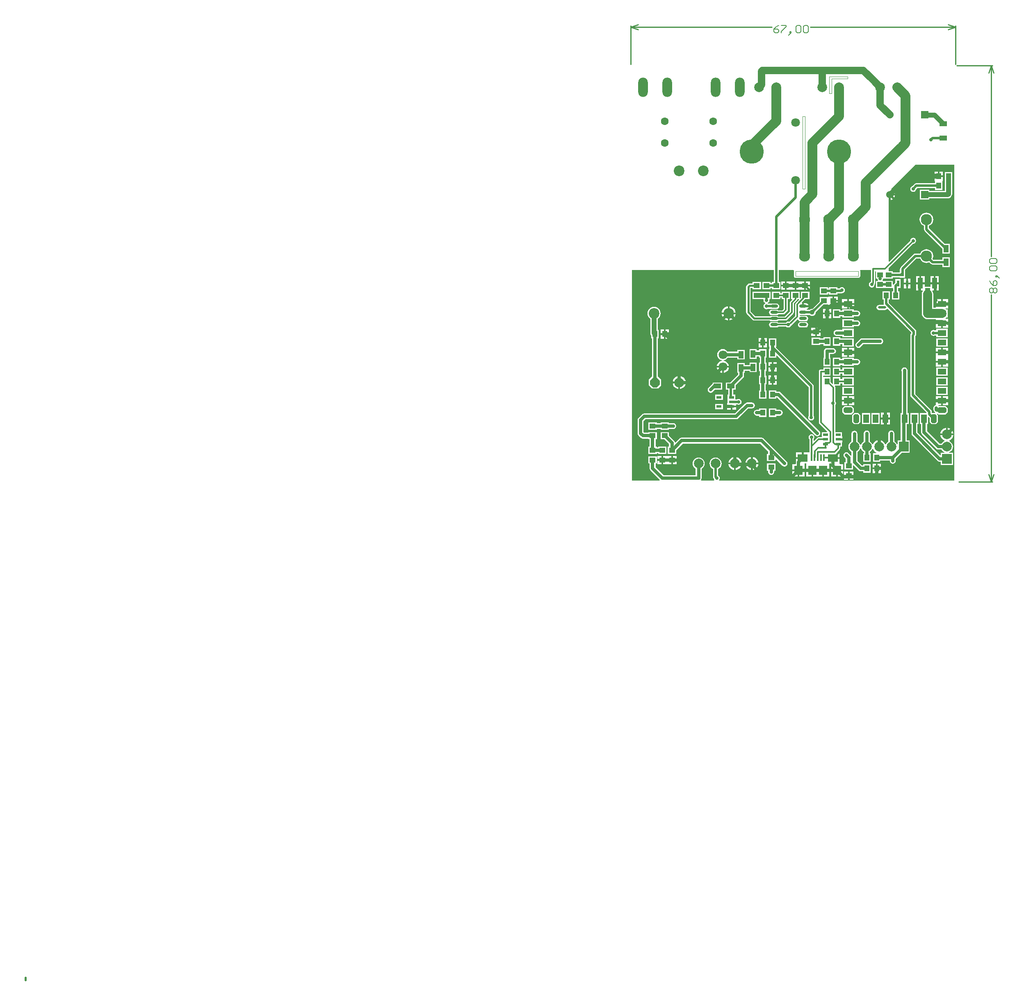
<source format=gtl>
G04 Layer_Physical_Order=1*
G04 Layer_Color=255*
%FSLAX25Y25*%
%MOIN*%
G70*
G01*
G75*
%ADD10R,0.07087X0.04724*%
G04:AMPARAMS|DCode=11|XSize=47.24mil|YSize=70.87mil|CornerRadius=0mil|HoleSize=0mil|Usage=FLASHONLY|Rotation=90.000|XOffset=0mil|YOffset=0mil|HoleType=Round|Shape=Octagon|*
%AMOCTAGOND11*
4,1,8,-0.03543,-0.01181,-0.03543,0.01181,-0.02362,0.02362,0.02362,0.02362,0.03543,0.01181,0.03543,-0.01181,0.02362,-0.02362,-0.02362,-0.02362,-0.03543,-0.01181,0.0*
%
%ADD11OCTAGOND11*%

G04:AMPARAMS|DCode=12|XSize=47.24mil|YSize=70.87mil|CornerRadius=0mil|HoleSize=0mil|Usage=FLASHONLY|Rotation=180.000|XOffset=0mil|YOffset=0mil|HoleType=Round|Shape=Octagon|*
%AMOCTAGOND12*
4,1,8,0.01181,-0.03543,-0.01181,-0.03543,-0.02362,-0.02362,-0.02362,0.02362,-0.01181,0.03543,0.01181,0.03543,0.02362,0.02362,0.02362,-0.02362,0.01181,-0.03543,0.0*
%
%ADD12OCTAGOND12*%

%ADD13R,0.04724X0.07087*%
%ADD14R,0.06299X0.03937*%
%ADD15R,0.03937X0.04921*%
%ADD16R,0.04921X0.03937*%
%ADD17R,0.03937X0.05905*%
%ADD18R,0.03937X0.04134*%
%ADD19R,0.04134X0.08661*%
%ADD20R,0.04331X0.02362*%
%ADD21O,0.06291X0.02362*%
%ADD22R,0.02362X0.05118*%
%ADD23R,0.01575X0.05512*%
%ADD24R,0.08268X0.06299*%
%ADD25R,0.07087X0.07480*%
%ADD26R,0.06890X0.07480*%
%ADD27R,0.05905X0.03937*%
%ADD28C,0.03937*%
%ADD29C,0.01000*%
%ADD30C,0.02756*%
%ADD31C,0.01575*%
%ADD32C,0.02028*%
%ADD33C,0.02362*%
%ADD34C,0.01968*%
%ADD35C,0.07874*%
%ADD36C,0.05905*%
%ADD37C,0.01181*%
%ADD38C,0.03937*%
%ADD39C,0.02559*%
%ADD40C,0.01378*%
%ADD41C,0.07283*%
%ADD42C,0.00600*%
%ADD43C,0.00394*%
%ADD44C,0.07087*%
%ADD45C,0.09055*%
%ADD46C,0.08661*%
%ADD47C,0.07874*%
%ADD48P,0.08523X8X22.5*%
%ADD49C,0.06299*%
%ADD50C,0.19685*%
%ADD51R,0.06000X0.06000*%
%ADD52C,0.06000*%
%ADD53O,0.07874X0.15748*%
%ADD54R,0.07874X0.07874*%
%ADD55R,0.07874X0.07874*%
%ADD56C,0.02756*%
G36*
X262776Y1003D02*
X72022D01*
X71754Y1503D01*
X72107Y2031D01*
X72290Y2953D01*
X72107Y3875D01*
X71585Y4656D01*
X70905Y5110D01*
Y10268D01*
X71380Y10465D01*
X72408Y11254D01*
X73196Y12282D01*
X73692Y13479D01*
X73861Y14764D01*
X73692Y16048D01*
X73196Y17246D01*
X72408Y18274D01*
X71380Y19062D01*
X70182Y19558D01*
X68898Y19727D01*
X67613Y19558D01*
X66416Y19062D01*
X65388Y18274D01*
X64599Y17246D01*
X64103Y16048D01*
X63934Y14764D01*
X64103Y13479D01*
X64599Y12282D01*
X65388Y11254D01*
X66416Y10465D01*
X66891Y10268D01*
Y3937D01*
X67043Y3169D01*
X67478Y2518D01*
X67580Y2416D01*
X67657Y2031D01*
X68009Y1503D01*
X67742Y1003D01*
X57258D01*
X56991Y1503D01*
X57343Y2031D01*
X57527Y2953D01*
Y10435D01*
X57600Y10465D01*
X58628Y11254D01*
X59417Y12282D01*
X59913Y13479D01*
X60082Y14764D01*
X59913Y16048D01*
X59417Y17246D01*
X58628Y18274D01*
X57600Y19062D01*
X56403Y19558D01*
X55118Y19727D01*
X53833Y19558D01*
X52636Y19062D01*
X51608Y18274D01*
X50819Y17246D01*
X50323Y16048D01*
X50154Y14764D01*
X50323Y13479D01*
X50819Y12282D01*
X51608Y11254D01*
X52636Y10465D01*
X52710Y10435D01*
Y5361D01*
X26588D01*
X20125Y11824D01*
Y14764D01*
X21161D01*
Y20669D01*
X14272D01*
Y14764D01*
X15308D01*
Y10827D01*
X15491Y9905D01*
X16014Y9124D01*
X23634Y1503D01*
X23427Y1003D01*
X1003D01*
Y172244D01*
X116103D01*
Y162402D01*
X114665D01*
Y161456D01*
X113681D01*
Y162402D01*
X106791D01*
Y156496D01*
X113681D01*
Y157442D01*
X114665D01*
Y156496D01*
X121555D01*
Y162402D01*
X120117D01*
Y172244D01*
X132328D01*
X132517Y171892D01*
X132550Y171744D01*
X132453Y171260D01*
Y167323D01*
X132560Y166785D01*
X132865Y166329D01*
X133321Y166025D01*
X133858Y165918D01*
X185039D01*
X185577Y166025D01*
X186033Y166329D01*
X186337Y166785D01*
X186444Y167323D01*
Y171260D01*
X186348Y171744D01*
X186381Y171892D01*
X186569Y172244D01*
X195144D01*
Y162698D01*
X194945Y162658D01*
X194163Y162136D01*
X193641Y161355D01*
X193458Y160433D01*
X193641Y159511D01*
X194163Y158730D01*
X194945Y158208D01*
X195866Y158025D01*
X196788Y158208D01*
X197569Y158730D01*
X198091Y159511D01*
X198275Y160433D01*
X198259Y160513D01*
X198426Y160765D01*
X198556Y161417D01*
Y171235D01*
X198848Y171349D01*
X199311Y171035D01*
Y165354D01*
X200347D01*
X200347Y165354D01*
X200531Y164433D01*
X200896Y163886D01*
X200629Y163386D01*
X199311D01*
Y157480D01*
X212847D01*
X213090Y157480D01*
X213347Y157087D01*
Y155020D01*
X212402D01*
Y148130D01*
X218307D01*
Y155020D01*
X217361D01*
Y157677D01*
X219291D01*
Y164764D01*
X214961D01*
Y161893D01*
X213935Y160868D01*
X213591Y160352D01*
X213090Y160504D01*
Y163386D01*
X204883D01*
X204616Y163886D01*
X204981Y164433D01*
X205164Y165354D01*
X205164Y165354D01*
X213090D01*
Y166300D01*
X218701D01*
Y165945D01*
X223031D01*
Y172555D01*
X232013Y181536D01*
X235180D01*
X235500Y180764D01*
X236384Y179612D01*
X237535Y178729D01*
X238876Y178173D01*
X240315Y177984D01*
X241754Y178173D01*
X242527Y178493D01*
X243797Y177223D01*
X244448Y176787D01*
X245216Y176635D01*
X253248D01*
Y174705D01*
X259154D01*
Y182579D01*
X253248D01*
Y180649D01*
X246048D01*
X245365Y181332D01*
X245685Y182104D01*
X245874Y183543D01*
X245685Y184982D01*
X245129Y186323D01*
X244246Y187474D01*
X243095Y188358D01*
X241754Y188913D01*
X240315Y189103D01*
X238876Y188913D01*
X237535Y188358D01*
X236384Y187474D01*
X235500Y186323D01*
X235180Y185550D01*
X231181D01*
X230413Y185398D01*
X229762Y184962D01*
X219447Y174648D01*
X219012Y173996D01*
X218859Y173228D01*
Y173031D01*
X218701D01*
Y170314D01*
X213090D01*
Y171260D01*
X209646D01*
X209646Y171260D01*
Y173768D01*
X229533Y193656D01*
X230449Y193838D01*
X231231Y194360D01*
X231753Y195141D01*
X231936Y196063D01*
X231753Y196985D01*
X231231Y197766D01*
X230449Y198288D01*
X229528Y198471D01*
X228606Y198288D01*
X227824Y197766D01*
X227302Y196985D01*
X227120Y196068D01*
X210108Y179056D01*
X209646Y179247D01*
Y228773D01*
X209745Y228860D01*
Y233464D01*
X210434D01*
Y234153D01*
X214759D01*
X214699Y234607D01*
X214258Y235672D01*
X213556Y236587D01*
X212641Y237288D01*
X211778Y237646D01*
X211617Y238191D01*
X231299Y257874D01*
X262776D01*
Y1003D01*
D02*
G37*
%LPC*%
G36*
X74803Y70866D02*
X68504D01*
Y66535D01*
X74803D01*
Y70866D01*
D02*
G37*
G36*
X257874Y65256D02*
X253642D01*
Y62205D01*
X257874D01*
Y65256D01*
D02*
G37*
G36*
X175886Y65256D02*
X171653D01*
Y62205D01*
X175886D01*
Y65256D01*
D02*
G37*
G36*
X181496D02*
X177264D01*
Y62205D01*
X181496D01*
Y65256D01*
D02*
G37*
G36*
X175886Y69685D02*
X171653D01*
Y66634D01*
X175886D01*
Y69685D01*
D02*
G37*
G36*
X181102Y77165D02*
X172047D01*
Y70472D01*
X181102D01*
Y77165D01*
D02*
G37*
G36*
X257480D02*
X248425D01*
Y70472D01*
X257480D01*
Y77165D01*
D02*
G37*
G36*
X257874Y69685D02*
X253642D01*
Y66634D01*
X257874D01*
Y69685D01*
D02*
G37*
G36*
X181496D02*
X177264D01*
Y66634D01*
X181496D01*
Y69685D01*
D02*
G37*
G36*
X252264D02*
X248031D01*
Y66634D01*
X252264D01*
Y69685D01*
D02*
G37*
G36*
X210630Y56299D02*
X207579D01*
Y52067D01*
X210630D01*
Y56299D01*
D02*
G37*
G36*
X110236Y59547D02*
X104331D01*
Y58511D01*
X102362D01*
X101441Y58328D01*
X100659Y57805D01*
X100137Y57024D01*
X99954Y56102D01*
X100137Y55181D01*
X100659Y54399D01*
X101441Y53877D01*
X102362Y53694D01*
X104331D01*
Y52658D01*
X110236D01*
Y59547D01*
D02*
G37*
G36*
X206201Y56299D02*
X203150D01*
Y52067D01*
X206201D01*
Y56299D01*
D02*
G37*
G36*
X31004Y48228D02*
X24114D01*
Y47684D01*
X21161D01*
Y48228D01*
X14272D01*
Y42323D01*
X21161D01*
Y42867D01*
X24114D01*
Y42323D01*
X31004D01*
Y42867D01*
X34449D01*
X35370Y43050D01*
X36152Y43573D01*
X36674Y44354D01*
X36857Y45276D01*
X36674Y46197D01*
X36152Y46979D01*
X35370Y47501D01*
X34449Y47684D01*
X31004D01*
Y48228D01*
D02*
G37*
G36*
X118110Y116634D02*
X112205D01*
Y109744D01*
X112749D01*
Y107776D01*
X112205D01*
Y100886D01*
X118110D01*
Y102807D01*
X118572Y102999D01*
X144647Y76925D01*
Y53413D01*
X144428Y53087D01*
X144245Y52165D01*
X144428Y51244D01*
X144950Y50462D01*
X145732Y49940D01*
X146653Y49757D01*
X147575Y49940D01*
X148357Y50462D01*
X148879Y51244D01*
X149062Y52165D01*
X148879Y53087D01*
X148661Y53413D01*
Y77756D01*
X148508Y78524D01*
X148073Y79175D01*
X118004Y109244D01*
X118110Y109744D01*
X118110D01*
Y116634D01*
D02*
G37*
G36*
X85433Y60532D02*
X82579D01*
Y58661D01*
X85433D01*
Y60532D01*
D02*
G37*
G36*
X74803Y63386D02*
X68504D01*
Y59055D01*
X74803D01*
Y63386D01*
D02*
G37*
G36*
X81201Y60532D02*
X78347D01*
Y58661D01*
X81201D01*
Y60532D01*
D02*
G37*
G36*
X118110Y59547D02*
X112205D01*
Y52658D01*
X118110D01*
Y53694D01*
X121063D01*
X121985Y53877D01*
X122766Y54399D01*
X123288Y55181D01*
X123471Y56102D01*
X123288Y57024D01*
X122766Y57805D01*
X121985Y58328D01*
X121063Y58511D01*
X118110D01*
Y59547D01*
D02*
G37*
G36*
X179429Y61417D02*
X173721D01*
X172047Y59744D01*
Y56398D01*
X173721Y54724D01*
X179429D01*
X181102Y56398D01*
Y59744D01*
X179429Y61417D01*
D02*
G37*
G36*
X257480Y92913D02*
X248425D01*
Y86221D01*
X257480D01*
Y92913D01*
D02*
G37*
G36*
X79676Y92815D02*
X75492D01*
Y88631D01*
X76088Y88709D01*
X77285Y89205D01*
X78313Y89994D01*
X79102Y91022D01*
X79598Y92219D01*
X79676Y92815D01*
D02*
G37*
G36*
X170276Y93012D02*
X164370D01*
Y86122D01*
X170276D01*
Y87861D01*
X172047D01*
Y86221D01*
X181102D01*
Y92913D01*
X172047D01*
Y91273D01*
X170276D01*
Y93012D01*
D02*
G37*
G36*
X114469Y86516D02*
X111811D01*
Y83366D01*
X114469D01*
Y86516D01*
D02*
G37*
G36*
X118504D02*
X115846D01*
Y83366D01*
X118504D01*
Y86516D01*
D02*
G37*
G36*
X252264Y96752D02*
X248031D01*
Y93701D01*
X252264D01*
Y96752D01*
D02*
G37*
G36*
X257874D02*
X253642D01*
Y93701D01*
X257874D01*
Y96752D01*
D02*
G37*
G36*
X118504Y92815D02*
X115846D01*
Y89665D01*
X118504D01*
Y92815D01*
D02*
G37*
G36*
X74114Y92815D02*
X69930D01*
X70009Y92219D01*
X70504Y91022D01*
X71293Y89994D01*
X72321Y89205D01*
X73518Y88709D01*
X74114Y88631D01*
Y92815D01*
D02*
G37*
G36*
X114469Y92815D02*
X111811D01*
Y89665D01*
X114469D01*
Y92815D01*
D02*
G37*
G36*
X18898Y142369D02*
X17510Y142186D01*
X16217Y141650D01*
X15107Y140798D01*
X14255Y139688D01*
X13720Y138395D01*
X13537Y137008D01*
X13720Y135620D01*
X14255Y134327D01*
X15107Y133217D01*
X15919Y132594D01*
Y120866D01*
X16021Y120095D01*
X16318Y119377D01*
X16732Y118838D01*
Y116634D01*
X17277D01*
Y85630D01*
X17224D01*
X14764Y83169D01*
Y78248D01*
X17224Y75787D01*
X22146D01*
X24606Y78248D01*
Y83169D01*
X22146Y85630D01*
X22094D01*
Y116634D01*
X22638D01*
Y119885D01*
X22663Y120079D01*
X22638Y120272D01*
Y123524D01*
X21876D01*
Y132594D01*
X22688Y133217D01*
X23540Y134327D01*
X24076Y135620D01*
X24259Y137008D01*
X24076Y138395D01*
X23540Y139688D01*
X22688Y140798D01*
X21578Y141650D01*
X20285Y142186D01*
X18898Y142369D01*
D02*
G37*
G36*
X162402Y93012D02*
X156496D01*
Y91273D01*
X154528D01*
X153875Y91143D01*
X153321Y90773D01*
X152951Y90220D01*
X152822Y89567D01*
Y48228D01*
X152951Y47576D01*
X153321Y47022D01*
X159527Y40816D01*
X159336Y40354D01*
X155118D01*
Y36155D01*
X152559D01*
X151906Y36025D01*
X151353Y35655D01*
X149018Y33321D01*
X148556Y33512D01*
Y34522D01*
X149075Y35299D01*
X149259Y36220D01*
X149075Y37142D01*
X148553Y37923D01*
X147772Y38446D01*
X146850Y38629D01*
X145929Y38446D01*
X145147Y37923D01*
X144625Y37142D01*
X144442Y36220D01*
X144625Y35299D01*
X145144Y34522D01*
Y28740D01*
Y23819D01*
X140453D01*
Y19291D01*
X139764D01*
Y18602D01*
X134252D01*
Y14870D01*
X134252Y14764D01*
X133995Y14370D01*
X131299D01*
Y9941D01*
X141142D01*
Y14264D01*
X141142Y14370D01*
X141398Y14764D01*
X142460D01*
X142717Y14370D01*
X142717Y14264D01*
Y9941D01*
X147539D01*
Y9252D01*
X148228D01*
Y4134D01*
X155709D01*
Y9252D01*
X156398D01*
Y9941D01*
X161221D01*
Y14264D01*
X161221Y14370D01*
X161477Y14764D01*
X162539D01*
X162795Y14370D01*
X162795Y14264D01*
Y9941D01*
X172638D01*
Y14370D01*
X169942D01*
X169685Y14764D01*
X169685Y14870D01*
Y18602D01*
X164173D01*
Y19980D01*
X169685D01*
Y23819D01*
X168287D01*
X168096Y24281D01*
X169710Y25896D01*
X170080Y26449D01*
X170210Y27102D01*
Y28543D01*
X171653D01*
Y31890D01*
X172047D01*
Y33760D01*
X168504D01*
Y35138D01*
X172047D01*
Y37008D01*
X171653D01*
Y40354D01*
X166371D01*
Y62720D01*
X166595Y63055D01*
X166779Y63976D01*
X166595Y64898D01*
X166371Y65233D01*
Y76476D01*
X166242Y77129D01*
X165872Y77683D01*
X165768Y77786D01*
X165960Y78248D01*
X170276D01*
Y79987D01*
X172047D01*
Y78347D01*
X181102D01*
Y85039D01*
X172047D01*
Y83399D01*
X170276D01*
Y85138D01*
X164370D01*
Y79838D01*
X163908Y79646D01*
X162402Y81153D01*
Y85138D01*
X156496D01*
X156234Y85529D01*
Y85731D01*
X156496Y86122D01*
X162402D01*
Y93012D01*
D02*
G37*
G36*
X44640Y80020D02*
X40059D01*
Y75438D01*
X40758Y75530D01*
X42050Y76066D01*
X43161Y76918D01*
X44013Y78028D01*
X44548Y79321D01*
X44640Y80020D01*
D02*
G37*
G36*
X74311Y80709D02*
X66437D01*
Y79610D01*
X66210Y79459D01*
X63258Y76506D01*
X62735Y75725D01*
X62552Y74803D01*
X62735Y73882D01*
X63258Y73100D01*
X64039Y72578D01*
X64961Y72395D01*
X65882Y72578D01*
X66664Y73100D01*
X68367Y74803D01*
X74311D01*
Y80709D01*
D02*
G37*
G36*
X38681Y80020D02*
X34100D01*
X34192Y79321D01*
X34727Y78028D01*
X35579Y76918D01*
X36690Y76066D01*
X37983Y75530D01*
X38681Y75438D01*
Y80020D01*
D02*
G37*
G36*
Y85979D02*
X37983Y85887D01*
X36690Y85351D01*
X35579Y84499D01*
X34727Y83389D01*
X34192Y82096D01*
X34100Y81398D01*
X38681D01*
Y85979D01*
D02*
G37*
G36*
X40059D02*
Y81398D01*
X44640D01*
X44548Y82096D01*
X44013Y83389D01*
X43161Y84499D01*
X42050Y85351D01*
X40758Y85887D01*
X40059Y85979D01*
D02*
G37*
G36*
X118504Y81988D02*
X115846D01*
Y78839D01*
X118504D01*
Y81988D01*
D02*
G37*
G36*
X257480Y85039D02*
X248425D01*
Y78347D01*
X257480D01*
Y85039D01*
D02*
G37*
G36*
X114469Y81988D02*
X111811D01*
Y78839D01*
X114469D01*
Y81988D01*
D02*
G37*
G36*
X202362Y55905D02*
X195669D01*
Y46850D01*
X202362D01*
Y55905D01*
D02*
G37*
G36*
X83957Y14075D02*
X79376D01*
X79467Y13376D01*
X80003Y12083D01*
X80855Y10973D01*
X81965Y10121D01*
X83258Y9586D01*
X83957Y9494D01*
Y14075D01*
D02*
G37*
G36*
X89916D02*
X85335D01*
Y9494D01*
X86033Y9586D01*
X87326Y10121D01*
X88436Y10973D01*
X89288Y12083D01*
X89824Y13376D01*
X89916Y14075D01*
D02*
G37*
G36*
X203150Y10138D02*
X200492D01*
Y6988D01*
X203150D01*
Y10138D01*
D02*
G37*
G36*
X181004Y8268D02*
X177854D01*
Y5610D01*
X181004D01*
Y8268D01*
D02*
G37*
G36*
X199114Y10138D02*
X196457D01*
Y6988D01*
X199114D01*
Y10138D01*
D02*
G37*
G36*
X203150Y14665D02*
X200492D01*
Y11516D01*
X203150D01*
Y14665D01*
D02*
G37*
G36*
X31004Y40354D02*
X24114D01*
Y34449D01*
X27106D01*
X31056Y30498D01*
Y28543D01*
X30020D01*
Y22638D01*
X36909D01*
Y25629D01*
X42336Y31056D01*
X105302D01*
X111765Y24593D01*
Y22638D01*
X110728D01*
Y16732D01*
X117618D01*
Y18086D01*
X118080Y18278D01*
X123297Y13061D01*
X124078Y12539D01*
X125000Y12355D01*
X125922Y12539D01*
X126703Y13061D01*
X127225Y13842D01*
X127409Y14764D01*
X127225Y15686D01*
X126703Y16467D01*
X115876Y27294D01*
X115876Y27294D01*
X108002Y35168D01*
X107221Y35690D01*
X106299Y35873D01*
X41339D01*
X40417Y35690D01*
X39636Y35168D01*
X36313Y31845D01*
X35771Y32010D01*
X35690Y32418D01*
X35168Y33199D01*
X31004Y37363D01*
Y40354D01*
D02*
G37*
G36*
X199114Y14665D02*
X196457D01*
Y11516D01*
X199114D01*
Y14665D01*
D02*
G37*
G36*
X97736Y14075D02*
X93155D01*
X93247Y13376D01*
X93783Y12083D01*
X94634Y10973D01*
X95745Y10121D01*
X97038Y9586D01*
X97736Y9494D01*
Y14075D01*
D02*
G37*
G36*
X103695D02*
X99114D01*
Y9494D01*
X99813Y9586D01*
X101106Y10121D01*
X102216Y10973D01*
X103068Y12083D01*
X103603Y13376D01*
X103695Y14075D01*
D02*
G37*
G36*
X141142Y8563D02*
X136909D01*
Y4134D01*
X141142D01*
Y8563D01*
D02*
G37*
G36*
X146850D02*
X142717D01*
Y4134D01*
X146850D01*
Y8563D01*
D02*
G37*
G36*
X135531D02*
X131299D01*
Y4134D01*
X135531D01*
Y8563D01*
D02*
G37*
G36*
X176476Y4232D02*
X173327D01*
Y1575D01*
X176476D01*
Y4232D01*
D02*
G37*
G36*
X181004D02*
X177854D01*
Y1575D01*
X181004D01*
Y4232D01*
D02*
G37*
G36*
X117618Y14764D02*
X110728D01*
Y8858D01*
X111765D01*
Y7874D01*
X111948Y6952D01*
X112470Y6171D01*
X113251Y5649D01*
X114173Y5466D01*
X115095Y5649D01*
X115876Y6171D01*
X116398Y6952D01*
X116582Y7874D01*
Y8858D01*
X117618D01*
Y14764D01*
D02*
G37*
G36*
X176476Y8268D02*
X173327D01*
Y5610D01*
X176476D01*
Y8268D01*
D02*
G37*
G36*
X172638Y8563D02*
X168405D01*
Y4134D01*
X172638D01*
Y8563D01*
D02*
G37*
G36*
X161221D02*
X157087D01*
Y4134D01*
X161221D01*
Y8563D01*
D02*
G37*
G36*
X167028D02*
X162795D01*
Y4134D01*
X167028D01*
Y8563D01*
D02*
G37*
G36*
X118110Y74311D02*
X112205D01*
Y67421D01*
X118110D01*
Y68458D01*
X119081D01*
X149872Y37667D01*
X150653Y37145D01*
X151575Y36962D01*
X152497Y37145D01*
X153278Y37667D01*
X153800Y38448D01*
X153983Y39370D01*
X153800Y40292D01*
X153278Y41073D01*
X121782Y72569D01*
X121000Y73091D01*
X120079Y73275D01*
X118110D01*
Y74311D01*
D02*
G37*
G36*
X256201Y43813D02*
X255502Y43722D01*
X254209Y43186D01*
X253099Y42334D01*
X252247Y41224D01*
X251712Y39931D01*
X251620Y39232D01*
X256201D01*
Y43813D01*
D02*
G37*
G36*
X222441Y92960D02*
X221519Y92776D01*
X220738Y92254D01*
X220216Y91473D01*
X220033Y90551D01*
X220216Y89630D01*
X220229Y89609D01*
Y55905D01*
X219291D01*
Y46850D01*
X219363D01*
Y33465D01*
X216850D01*
Y30449D01*
X216350Y30349D01*
X216070Y31025D01*
X215282Y32053D01*
X214253Y32842D01*
X214180Y32872D01*
Y39213D01*
X213997Y40134D01*
X213475Y40916D01*
X212693Y41438D01*
X211772Y41621D01*
X210850Y41438D01*
X210069Y40916D01*
X209546Y40134D01*
X209363Y39213D01*
Y32872D01*
X209290Y32842D01*
X208262Y32053D01*
X207473Y31025D01*
X207255Y30500D01*
X206714D01*
X206414Y31224D01*
X205562Y32334D01*
X204452Y33186D01*
X203159Y33722D01*
X202461Y33813D01*
Y28543D01*
X201083D01*
Y33813D01*
X200384Y33722D01*
X199091Y33186D01*
X197981Y32334D01*
X197129Y31224D01*
X196829Y30500D01*
X196288D01*
X196070Y31025D01*
X195282Y32053D01*
X194254Y32842D01*
X194180Y32872D01*
Y39213D01*
X193997Y40134D01*
X193475Y40916D01*
X192693Y41438D01*
X191772Y41621D01*
X190850Y41438D01*
X190069Y40916D01*
X189547Y40134D01*
X189363Y39213D01*
Y32872D01*
X189290Y32842D01*
X188262Y32053D01*
X187473Y31025D01*
X187028Y29952D01*
X187028Y29952D01*
X186516D01*
X186515Y29952D01*
X186070Y31025D01*
X185282Y32053D01*
X184254Y32842D01*
X184180Y32872D01*
Y39055D01*
X183997Y39977D01*
X183475Y40758D01*
X182693Y41280D01*
X181772Y41464D01*
X180850Y41280D01*
X180069Y40758D01*
X179546Y39977D01*
X179363Y39055D01*
Y32872D01*
X179290Y32842D01*
X178262Y32053D01*
X177473Y31025D01*
X176977Y29828D01*
X176808Y28543D01*
X176977Y27259D01*
X177473Y26061D01*
X178262Y25033D01*
X179290Y24245D01*
X179363Y24214D01*
Y21509D01*
X178989Y21395D01*
X178863Y21393D01*
X176900Y23357D01*
X176119Y23879D01*
X175197Y24062D01*
X174275Y23879D01*
X173494Y23357D01*
X172972Y22575D01*
X172788Y21654D01*
X172972Y20732D01*
X173494Y19951D01*
X174757Y18687D01*
Y15748D01*
X173721D01*
Y9843D01*
X180610D01*
Y13165D01*
X181072Y13356D01*
X185305Y9124D01*
X186086Y8602D01*
X187008Y8418D01*
X188976D01*
Y7382D01*
X194882D01*
Y14272D01*
X188976D01*
Y13235D01*
X188005D01*
X184180Y17061D01*
Y24214D01*
X184254Y24245D01*
X185282Y25033D01*
X186070Y26061D01*
X186515Y27135D01*
X186516Y27135D01*
X187028D01*
X187028Y27135D01*
X187473Y26061D01*
X188262Y25033D01*
X189290Y24245D01*
X189521Y24149D01*
Y23130D01*
X188976D01*
Y16240D01*
X194882D01*
Y23130D01*
X194338D01*
Y24309D01*
X195282Y25033D01*
X196070Y26061D01*
X196288Y26587D01*
X196829D01*
X197129Y25863D01*
X197981Y24753D01*
X199091Y23901D01*
X199745Y23630D01*
X199645Y23130D01*
X196850D01*
Y16240D01*
X202756D01*
Y17277D01*
X210505D01*
Y17047D01*
X210688Y16126D01*
X211210Y15344D01*
X211992Y14822D01*
X212913Y14639D01*
X213835Y14822D01*
X214616Y15344D01*
X215139Y16126D01*
X215322Y17047D01*
Y18687D01*
X220256Y23622D01*
X226693D01*
Y33465D01*
X224180D01*
Y46850D01*
X225984D01*
Y55905D01*
X225046D01*
Y90354D01*
X224863Y91276D01*
X224341Y92057D01*
X224223Y92136D01*
X224144Y92254D01*
X223363Y92776D01*
X222441Y92960D01*
D02*
G37*
G36*
X210433Y155020D02*
X204528D01*
Y148130D01*
X205473D01*
Y144882D01*
X205601Y144239D01*
X205321Y143739D01*
X201772D01*
X201004Y143587D01*
X200352Y143151D01*
X199917Y142500D01*
X199765Y141732D01*
X199917Y140964D01*
X200352Y140313D01*
X201004Y139878D01*
X201772Y139725D01*
X206454D01*
X207222Y139878D01*
X207873Y140313D01*
X208126Y140691D01*
X208743Y140781D01*
X227992Y121532D01*
Y120749D01*
X227715Y120472D01*
X227280Y119821D01*
X227127Y119053D01*
Y70472D01*
X227280Y69704D01*
X227715Y69053D01*
X240362Y56406D01*
X240155Y55905D01*
X235039D01*
Y46850D01*
X235977D01*
Y40157D01*
X236161Y39236D01*
X236683Y38454D01*
X248297Y26840D01*
X249078Y26318D01*
X250000Y26135D01*
X252561D01*
X252591Y26061D01*
X253380Y25033D01*
X254408Y24245D01*
X255084Y23965D01*
X254984Y23465D01*
X251969D01*
Y21776D01*
X251507Y21585D01*
X232920Y40171D01*
Y46850D01*
X233858D01*
Y55905D01*
X227165D01*
Y46850D01*
X228103D01*
Y39173D01*
X228287Y38252D01*
X228809Y37470D01*
X249281Y16998D01*
X250063Y16476D01*
X250984Y16292D01*
X251969D01*
Y13622D01*
X261811D01*
Y23465D01*
X258795D01*
X258696Y23965D01*
X259372Y24245D01*
X260400Y25033D01*
X261189Y26061D01*
X261684Y27259D01*
X261854Y28543D01*
X261684Y29828D01*
X261189Y31025D01*
X260400Y32053D01*
X259372Y32842D01*
X258846Y33060D01*
Y33601D01*
X259570Y33901D01*
X260680Y34753D01*
X261532Y35863D01*
X262068Y37156D01*
X262160Y37854D01*
X256890D01*
X251620D01*
X251712Y37156D01*
X252247Y35863D01*
X253099Y34753D01*
X254209Y33901D01*
X254933Y33601D01*
Y33060D01*
X254408Y32842D01*
X253380Y32053D01*
X252591Y31025D01*
X252561Y30952D01*
X250998D01*
X240794Y41155D01*
Y46850D01*
X241732D01*
Y52414D01*
X242194Y52605D01*
X242913Y51886D01*
Y48524D01*
X244587Y46850D01*
X247933D01*
X249606Y48524D01*
Y54232D01*
X248850Y54988D01*
X249041Y55505D01*
X249298Y55525D01*
X250098Y54724D01*
X255807D01*
X257480Y56398D01*
Y59744D01*
X255807Y61417D01*
X250252D01*
X249971Y61734D01*
X250130Y62205D01*
X252264D01*
Y65256D01*
X248031D01*
Y62205D01*
X248031Y62205D01*
X247585Y62084D01*
X247503Y62068D01*
X246722Y61546D01*
X246200Y60764D01*
X246017Y59842D01*
Y58661D01*
X246200Y57740D01*
X246722Y56958D01*
X247275Y56406D01*
X247258Y56246D01*
X247105Y55905D01*
X244724D01*
Y56890D01*
X244571Y57658D01*
X244136Y58309D01*
X231141Y71304D01*
Y118221D01*
X231418Y118498D01*
X231853Y119149D01*
X232006Y119917D01*
Y122363D01*
X231853Y123132D01*
X231418Y123783D01*
X209487Y145713D01*
Y148130D01*
X210433D01*
Y155020D01*
D02*
G37*
G36*
X98425Y64416D02*
X94488D01*
X93567Y64233D01*
X92785Y63711D01*
X84632Y55558D01*
X10827D01*
X9905Y55375D01*
X9124Y54853D01*
X6171Y51900D01*
X5649Y51118D01*
X5466Y50197D01*
Y39370D01*
X5649Y38448D01*
X6171Y37667D01*
X8140Y35699D01*
X8921Y35176D01*
X9843Y34993D01*
X14272D01*
Y34449D01*
X15308D01*
Y28543D01*
X14272D01*
Y22638D01*
X21161D01*
Y23182D01*
X22146D01*
Y22638D01*
X29035D01*
Y28543D01*
X22146D01*
Y27999D01*
X21161D01*
Y28543D01*
X20125D01*
Y34449D01*
X21161D01*
Y40354D01*
X14272D01*
Y39810D01*
X10840D01*
X10283Y40368D01*
Y49199D01*
X11824Y50741D01*
X85630D01*
X86552Y50924D01*
X87333Y51447D01*
X95486Y59599D01*
X98425D01*
X99347Y59783D01*
X100128Y60305D01*
X100650Y61086D01*
X100834Y62008D01*
X100650Y62930D01*
X100128Y63711D01*
X99347Y64233D01*
X98425Y64416D01*
D02*
G37*
G36*
X184941Y55905D02*
X181595D01*
X179921Y54232D01*
Y48524D01*
X181595Y46850D01*
X184941D01*
X186614Y48524D01*
Y54232D01*
X184941Y55905D01*
D02*
G37*
G36*
X194488D02*
X187795D01*
Y46850D01*
X194488D01*
Y55905D01*
D02*
G37*
G36*
X210630Y50689D02*
X207579D01*
Y46457D01*
X210630D01*
Y50689D01*
D02*
G37*
G36*
X257579Y43813D02*
Y39232D01*
X262160D01*
X262068Y39931D01*
X261532Y41224D01*
X260680Y42334D01*
X259570Y43186D01*
X258277Y43722D01*
X257579Y43813D01*
D02*
G37*
G36*
X206201Y50689D02*
X203150D01*
Y46457D01*
X206201D01*
Y50689D01*
D02*
G37*
G36*
X83957Y20034D02*
X83258Y19942D01*
X81965Y19406D01*
X80855Y18554D01*
X80003Y17444D01*
X79467Y16151D01*
X79376Y15453D01*
X83957D01*
Y20034D01*
D02*
G37*
G36*
X85335D02*
Y15453D01*
X89916D01*
X89824Y16151D01*
X89288Y17444D01*
X88436Y18554D01*
X87326Y19406D01*
X86033Y19942D01*
X85335Y20034D01*
D02*
G37*
G36*
X37303Y17028D02*
X34154D01*
Y14370D01*
X37303D01*
Y17028D01*
D02*
G37*
G36*
X29626Y21063D02*
X29126Y21063D01*
X26280D01*
Y17717D01*
Y14370D01*
X29126D01*
X29429Y14370D01*
X29929Y14370D01*
X32776D01*
Y17717D01*
Y21063D01*
X29929D01*
X29626Y21063D01*
D02*
G37*
G36*
X24902Y17028D02*
X21752D01*
Y14370D01*
X24902D01*
Y17028D01*
D02*
G37*
G36*
X34154Y21063D02*
Y18406D01*
X37303D01*
Y21063D01*
X34154D01*
D02*
G37*
G36*
X139075Y23819D02*
X134252D01*
Y19980D01*
X139075D01*
Y23819D01*
D02*
G37*
G36*
X24902Y21063D02*
X21752D01*
Y18406D01*
X24902D01*
Y21063D01*
D02*
G37*
G36*
X97736Y20034D02*
X97038Y19942D01*
X95745Y19406D01*
X94634Y18554D01*
X93783Y17444D01*
X93247Y16151D01*
X93155Y15453D01*
X97736D01*
Y20034D01*
D02*
G37*
G36*
X99114D02*
Y15453D01*
X103695D01*
X103603Y16151D01*
X103068Y17444D01*
X102216Y18554D01*
X101106Y19406D01*
X99813Y19942D01*
X99114Y20034D01*
D02*
G37*
G36*
X257874Y148425D02*
X253642D01*
Y145374D01*
X257874D01*
Y148425D01*
D02*
G37*
G36*
X168307Y150591D02*
X165157D01*
Y147933D01*
X168307D01*
Y150591D01*
D02*
G37*
G36*
X252264Y148425D02*
X248031D01*
Y145374D01*
X252264D01*
Y148425D01*
D02*
G37*
G36*
X175886D02*
X171653D01*
Y145374D01*
X175886D01*
Y148425D01*
D02*
G37*
G36*
X181496D02*
X177264D01*
Y145374D01*
X181496D01*
Y148425D01*
D02*
G37*
G36*
X125295Y158760D02*
X122146D01*
Y156102D01*
X125295D01*
Y158760D01*
D02*
G37*
G36*
X130020Y162795D02*
X129520Y162795D01*
X126673D01*
Y159449D01*
Y156102D01*
X129520D01*
X129823Y156102D01*
X130323Y156102D01*
X133169D01*
Y159449D01*
Y162795D01*
X130323D01*
X130020Y162795D01*
D02*
G37*
G36*
X250394Y160728D02*
X247638D01*
Y155709D01*
X250394D01*
Y160728D01*
D02*
G37*
G36*
X129429Y154527D02*
X122539D01*
Y153180D01*
X121555D01*
Y154527D01*
X114665D01*
Y148622D01*
X121555D01*
Y149969D01*
X122539D01*
Y148622D01*
X124379D01*
Y140429D01*
X123292Y139342D01*
X119896D01*
X119246Y139776D01*
X118402Y139944D01*
X114473D01*
X113628Y139776D01*
X112911Y139297D01*
X112433Y138581D01*
X112265Y137736D01*
X112433Y136891D01*
X112911Y136175D01*
X113628Y135696D01*
X114473Y135528D01*
X118402D01*
X119246Y135696D01*
X119896Y136131D01*
X123957D01*
X123957Y136131D01*
X124571Y136253D01*
X125092Y136601D01*
X127120Y138628D01*
X127120Y138628D01*
X127468Y139149D01*
X127590Y139764D01*
Y148622D01*
X129429D01*
Y154527D01*
D02*
G37*
G36*
X234646Y160728D02*
X231890D01*
Y155709D01*
X234646D01*
Y160728D01*
D02*
G37*
G36*
X78839Y142675D02*
X78037Y142570D01*
X76649Y141994D01*
X75456Y141079D01*
X74541Y139887D01*
X73966Y138498D01*
X73860Y137697D01*
X78839D01*
Y142675D01*
D02*
G37*
G36*
X80216Y142675D02*
Y137697D01*
X85195D01*
X85089Y138498D01*
X84514Y139887D01*
X83599Y141079D01*
X82407Y141994D01*
X81018Y142570D01*
X80216Y142675D01*
D02*
G37*
G36*
X162795Y140650D02*
X160138D01*
Y137500D01*
X162795D01*
Y140650D01*
D02*
G37*
G36*
X170276Y140256D02*
X164370D01*
Y133366D01*
X170276D01*
Y134403D01*
X172047D01*
Y133465D01*
X181102D01*
Y134403D01*
X184055D01*
X184977Y134586D01*
X185758Y135108D01*
X186280Y135889D01*
X186464Y136811D01*
X186280Y137733D01*
X185758Y138514D01*
X184977Y139036D01*
X184055Y139219D01*
X181102D01*
Y140157D01*
X172047D01*
Y139219D01*
X170276D01*
Y140256D01*
D02*
G37*
G36*
X158760Y140650D02*
X156102D01*
Y137500D01*
X158760D01*
Y140650D01*
D02*
G37*
G36*
X142024Y145317D02*
X140748D01*
Y143425D01*
X144508D01*
X144259Y144027D01*
X143849Y144561D01*
X143314Y144972D01*
X142692Y145229D01*
X142024Y145317D01*
D02*
G37*
G36*
X168307Y146555D02*
X165157D01*
Y143898D01*
X168307D01*
Y146555D01*
D02*
G37*
G36*
X181496Y143996D02*
X177264D01*
Y140945D01*
X181496D01*
Y143996D01*
D02*
G37*
G36*
X110236Y154553D02*
X102362D01*
X102169Y154527D01*
X98917D01*
Y148622D01*
X102169D01*
X102362Y148597D01*
X107509D01*
X107919Y148097D01*
X107828Y147638D01*
X108011Y146716D01*
X108533Y145935D01*
X109252Y145455D01*
X109293Y145207D01*
X109262Y144913D01*
X108553Y144439D01*
X108031Y143658D01*
X107847Y142736D01*
X108031Y141814D01*
X108553Y141033D01*
X109334Y140511D01*
X110256Y140328D01*
X111178Y140511D01*
X111504Y140729D01*
X113579D01*
X113628Y140697D01*
X114473Y140528D01*
X118402D01*
X119246Y140697D01*
X119963Y141175D01*
X120441Y141891D01*
X120609Y142736D01*
X120441Y143581D01*
X119963Y144297D01*
X119246Y144776D01*
X118402Y144944D01*
X114473D01*
X113628Y144776D01*
X113579Y144743D01*
X111504D01*
X111241Y144919D01*
X111199Y145167D01*
X111230Y145461D01*
X111939Y145935D01*
X112461Y146716D01*
X112645Y147638D01*
X112548Y148122D01*
X112959Y148622D01*
X113681D01*
Y154527D01*
X110430D01*
X110236Y154553D01*
D02*
G37*
G36*
X175886Y143996D02*
X171653D01*
Y140945D01*
X175886D01*
Y143996D01*
D02*
G37*
G36*
X137894Y162795D02*
X137394Y162795D01*
X134547D01*
Y159449D01*
Y156102D01*
X137394D01*
X137697Y156102D01*
X138197Y156102D01*
X141043D01*
Y159449D01*
Y162795D01*
X138197D01*
X137894Y162795D01*
D02*
G37*
G36*
X240315Y218866D02*
X238876Y218677D01*
X237535Y218122D01*
X236384Y217238D01*
X235500Y216087D01*
X234945Y214746D01*
X234756Y213307D01*
X234945Y211868D01*
X235500Y210527D01*
X236384Y209376D01*
X237535Y208492D01*
X238308Y208172D01*
Y205354D01*
X238461Y204586D01*
X238896Y203935D01*
X253248Y189583D01*
Y185531D01*
X259154D01*
Y193405D01*
X255102D01*
X242322Y206186D01*
Y208172D01*
X243095Y208492D01*
X244246Y209376D01*
X245129Y210527D01*
X245685Y211868D01*
X245874Y213307D01*
X245685Y214746D01*
X245129Y216087D01*
X244246Y217238D01*
X243095Y218122D01*
X241754Y218677D01*
X240315Y218866D01*
D02*
G37*
G36*
X238779Y167126D02*
X236024D01*
Y162106D01*
X238779D01*
Y167126D01*
D02*
G37*
G36*
X250394D02*
X247638D01*
Y162106D01*
X250394D01*
Y167126D01*
D02*
G37*
G36*
X234646D02*
X231890D01*
Y162106D01*
X234646D01*
Y167126D01*
D02*
G37*
G36*
X249606Y252362D02*
X246949D01*
Y249213D01*
X249606D01*
Y252362D01*
D02*
G37*
G36*
X253642D02*
X250984D01*
Y249213D01*
X253642D01*
Y252362D01*
D02*
G37*
G36*
Y247835D02*
X250295D01*
X246949D01*
Y244685D01*
X247323D01*
X247342Y244193D01*
X247342Y244185D01*
Y242755D01*
X232087D01*
X231318Y242602D01*
X230667Y242167D01*
X228991Y240491D01*
X228606Y240414D01*
X227824Y239892D01*
X227302Y239111D01*
X227119Y238189D01*
X227302Y237267D01*
X227824Y236486D01*
X228606Y235964D01*
X229528Y235781D01*
X230449Y235964D01*
X231231Y236486D01*
X231753Y237267D01*
X231829Y237652D01*
X232918Y238741D01*
X247342D01*
Y237303D01*
X253248D01*
Y244185D01*
X253248Y244193D01*
X253267Y244685D01*
X253642D01*
Y247835D01*
D02*
G37*
G36*
X214759Y232775D02*
X211122D01*
Y229139D01*
X211576Y229199D01*
X212641Y229640D01*
X213556Y230342D01*
X214258Y231256D01*
X214699Y232321D01*
X214759Y232775D01*
D02*
G37*
G36*
X261122Y251969D02*
X255217D01*
Y248717D01*
X255191Y248524D01*
Y240748D01*
Y236443D01*
X242764D01*
Y237449D01*
X234795D01*
Y229481D01*
X242764D01*
Y230487D01*
X257678D01*
X258449Y230589D01*
X259167Y230886D01*
X259784Y231359D01*
X260275Y231851D01*
X260749Y232468D01*
X261046Y233186D01*
X261147Y233957D01*
Y240748D01*
Y248524D01*
X261122Y248717D01*
Y251969D01*
D02*
G37*
G36*
X223917Y160531D02*
X222047D01*
Y157283D01*
X223917D01*
Y160531D01*
D02*
G37*
G36*
X227165D02*
X225295D01*
Y157283D01*
X227165D01*
Y160531D01*
D02*
G37*
G36*
X171555Y158314D02*
X170633Y158131D01*
X169852Y157609D01*
X169529Y157125D01*
X167913D01*
Y158071D01*
X161024D01*
Y157125D01*
X160335D01*
Y158071D01*
X153445D01*
Y152165D01*
X160335D01*
Y153111D01*
X161024D01*
Y152165D01*
X167913D01*
Y153111D01*
X170768D01*
X171536Y153264D01*
X172025Y153590D01*
X172477Y153680D01*
X173258Y154202D01*
X173780Y154984D01*
X173964Y155905D01*
X173780Y156827D01*
X173258Y157609D01*
X172477Y158131D01*
X171555Y158314D01*
D02*
G37*
G36*
X145571Y158760D02*
X142421D01*
Y156102D01*
X145571D01*
Y158760D01*
D02*
G37*
G36*
X105807Y162402D02*
X98917D01*
Y161255D01*
X96457D01*
X95765Y161118D01*
X95179Y160726D01*
X94195Y159742D01*
X93804Y159156D01*
X93666Y158465D01*
Y137795D01*
X93804Y137104D01*
X94195Y136518D01*
X99116Y131597D01*
X99702Y131205D01*
X100394Y131068D01*
X113072D01*
X113628Y130696D01*
X114473Y130528D01*
X118402D01*
X119246Y130696D01*
X119896Y131131D01*
X125846D01*
X125847Y131131D01*
X126461Y131253D01*
X126982Y131601D01*
X132041Y136660D01*
X132041Y136660D01*
X132389Y137181D01*
X132511Y137795D01*
X132511Y137795D01*
Y145004D01*
X134994Y147487D01*
X134994Y147487D01*
X135342Y148008D01*
X135464Y148622D01*
X136617D01*
X136824Y148122D01*
X134203Y145501D01*
X133855Y144980D01*
X133733Y144366D01*
X133733Y144366D01*
Y135020D01*
X128885Y130171D01*
X128875Y130178D01*
X127953Y130361D01*
X127031Y130178D01*
X126250Y129656D01*
X126040Y129342D01*
X119896D01*
X119246Y129776D01*
X118402Y129944D01*
X114473D01*
X113628Y129776D01*
X112911Y129297D01*
X112433Y128581D01*
X112265Y127736D01*
X112433Y126891D01*
X112911Y126175D01*
X113628Y125697D01*
X114473Y125528D01*
X118402D01*
X119246Y125697D01*
X119896Y126131D01*
X126428D01*
X127031Y125728D01*
X127953Y125544D01*
X128875Y125728D01*
X129656Y126250D01*
X129960Y126705D01*
X135529Y132274D01*
X136008Y132129D01*
X136055Y131891D01*
X136533Y131175D01*
X137250Y130696D01*
X138095Y130528D01*
X142024D01*
X142868Y130696D01*
X143585Y131175D01*
X144063Y131891D01*
X144231Y132736D01*
X144063Y133581D01*
X143585Y134297D01*
X142868Y134776D01*
X142024Y134944D01*
X138095D01*
X137711Y134868D01*
X137242Y135235D01*
Y135238D01*
X137711Y135605D01*
X138095Y135528D01*
X142024D01*
X142868Y135696D01*
X142917Y135729D01*
X145200D01*
X145276Y135630D01*
X145893Y135157D01*
X146611Y134860D01*
X147382Y134758D01*
X148153Y134860D01*
X148871Y135157D01*
X149488Y135630D01*
X149961Y136247D01*
X150259Y136965D01*
X150360Y137736D01*
X150344Y137860D01*
X156775Y144291D01*
X160130D01*
X160335Y144291D01*
X160630Y143914D01*
Y143898D01*
X163779D01*
Y147244D01*
Y150591D01*
X160630D01*
Y150575D01*
X160335Y150197D01*
X160130Y150197D01*
X153445D01*
Y146638D01*
X147505Y140698D01*
X147382Y140715D01*
X146611Y140613D01*
X145893Y140315D01*
X145276Y139842D01*
X145200Y139743D01*
X142917D01*
X142868Y139776D01*
X142842Y139781D01*
X142818Y140296D01*
X143314Y140501D01*
X143849Y140911D01*
X144259Y141446D01*
X144508Y142047D01*
X140059D01*
Y142736D01*
X139370D01*
Y145317D01*
X139214D01*
X139023Y145779D01*
X141866Y148622D01*
X145177D01*
Y154527D01*
X138287D01*
Y149585D01*
X137803Y149101D01*
X137303Y149308D01*
Y154527D01*
X130413D01*
Y148622D01*
X130934D01*
X131126Y148160D01*
X129770Y146805D01*
X129422Y146284D01*
X129300Y145669D01*
X129300Y145669D01*
Y138460D01*
X125181Y134342D01*
X119896D01*
X119246Y134776D01*
X118402Y134944D01*
X114473D01*
X113628Y134776D01*
X113485Y134680D01*
X101142D01*
X97279Y138543D01*
Y157642D01*
X98917D01*
Y156496D01*
X105807D01*
Y162402D01*
D02*
G37*
G36*
X227165Y165157D02*
X225295D01*
Y161909D01*
X227165D01*
Y165157D01*
D02*
G37*
G36*
X246260Y167126D02*
X243504D01*
Y162106D01*
X246260D01*
Y167126D01*
D02*
G37*
G36*
X223917Y165157D02*
X222047D01*
Y161909D01*
X223917D01*
Y165157D01*
D02*
G37*
G36*
X125295Y162795D02*
X122146D01*
Y160138D01*
X125295D01*
Y162795D01*
D02*
G37*
G36*
X142421D02*
Y160138D01*
X145571D01*
Y162795D01*
X142421D01*
D02*
G37*
G36*
X162795Y136122D02*
X160138D01*
Y132972D01*
X162795D01*
Y136122D01*
D02*
G37*
G36*
X110236Y107776D02*
X104331D01*
Y106739D01*
X102362D01*
Y107776D01*
X96457D01*
Y99902D01*
X102362D01*
Y101922D01*
X104331D01*
Y100886D01*
X104875D01*
Y96949D01*
X104331D01*
Y90059D01*
X104875D01*
Y86122D01*
X104331D01*
Y79232D01*
X104875D01*
Y74311D01*
X104331D01*
Y67421D01*
X110236D01*
Y74311D01*
X109692D01*
Y79232D01*
X110236D01*
Y86122D01*
X109692D01*
Y90059D01*
X110236D01*
Y96949D01*
X109692D01*
Y100886D01*
X110236D01*
Y107776D01*
D02*
G37*
G36*
X202756Y116582D02*
X187992D01*
X187070Y116398D01*
X186289Y115876D01*
X183336Y112924D01*
X182814Y112142D01*
X182631Y111221D01*
X182814Y110299D01*
X183336Y109517D01*
X184118Y108995D01*
X185039Y108812D01*
X185961Y108995D01*
X186742Y109517D01*
X188990Y111765D01*
X202756D01*
X203678Y111948D01*
X204459Y112470D01*
X204981Y113251D01*
X205164Y114173D01*
X204981Y115095D01*
X204459Y115876D01*
X203678Y116398D01*
X202756Y116582D01*
D02*
G37*
G36*
X257874Y109055D02*
X253642D01*
Y106004D01*
X257874D01*
Y109055D01*
D02*
G37*
G36*
X181496D02*
X177264D01*
Y106004D01*
X181496D01*
Y109055D01*
D02*
G37*
G36*
X252264D02*
X248031D01*
Y106004D01*
X252264D01*
Y109055D01*
D02*
G37*
G36*
X257480Y116535D02*
X248425D01*
Y109843D01*
X257480D01*
Y116535D01*
D02*
G37*
G36*
X106595Y117028D02*
X103937D01*
Y113878D01*
X106595D01*
Y117028D01*
D02*
G37*
G36*
X170276Y117618D02*
X164370D01*
Y110728D01*
X170276D01*
Y111765D01*
X172047D01*
Y109843D01*
X181102D01*
Y116535D01*
X175823D01*
X175591Y116582D01*
X170276D01*
Y117618D01*
D02*
G37*
G36*
X106595Y112500D02*
X103937D01*
Y109350D01*
X106595D01*
Y112500D01*
D02*
G37*
G36*
X110630D02*
X107972D01*
Y109350D01*
X110630D01*
Y112500D01*
D02*
G37*
G36*
X118504Y97342D02*
X115846D01*
Y94193D01*
X118504D01*
Y97342D01*
D02*
G37*
G36*
X102362Y96949D02*
X96457D01*
Y94928D01*
X92520D01*
Y96457D01*
X86614D01*
Y88583D01*
X87159D01*
Y87120D01*
X80747Y80709D01*
X77264D01*
Y74803D01*
X79194D01*
Y70866D01*
X78740D01*
Y66535D01*
Y63779D01*
X78347D01*
Y61910D01*
X81890D01*
X85433D01*
Y62954D01*
X86350D01*
X86677Y62735D01*
X87598Y62552D01*
X88520Y62735D01*
X89302Y63258D01*
X89824Y64039D01*
X90007Y64961D01*
X89824Y65882D01*
X89302Y66664D01*
X88520Y67186D01*
X87598Y67369D01*
X86677Y67186D01*
X86350Y66968D01*
X85039D01*
Y70866D01*
X83208D01*
Y74803D01*
X85138D01*
Y78287D01*
X91270Y84419D01*
X91792Y85200D01*
X91975Y86122D01*
Y88583D01*
X92520D01*
Y90111D01*
X96457D01*
Y89075D01*
X102362D01*
Y96949D01*
D02*
G37*
G36*
X114469Y97342D02*
X111811D01*
Y94193D01*
X114469D01*
Y97342D01*
D02*
G37*
G36*
X164370Y108708D02*
X159449D01*
X158527Y108524D01*
X157746Y108002D01*
X157224Y107221D01*
X157040Y106299D01*
Y100886D01*
X156496D01*
Y93996D01*
X162402D01*
Y100886D01*
X161857D01*
Y103891D01*
X164370D01*
X165292Y104074D01*
X166073Y104596D01*
X166595Y105377D01*
X166779Y106299D01*
X166595Y107221D01*
X166073Y108002D01*
X165292Y108524D01*
X164370Y108708D01*
D02*
G37*
G36*
X170276Y100886D02*
X164370D01*
Y93996D01*
X170276D01*
Y95033D01*
X172047D01*
Y94095D01*
X181102D01*
Y95033D01*
X184055D01*
X184977Y95216D01*
X185758Y95738D01*
X186280Y96519D01*
X186464Y97441D01*
X186280Y98363D01*
X185758Y99144D01*
X184977Y99666D01*
X184055Y99849D01*
X181102D01*
Y100787D01*
X172047D01*
Y99849D01*
X170276D01*
Y100886D01*
D02*
G37*
G36*
X181496Y104626D02*
X177264D01*
Y101575D01*
X181496D01*
Y104626D01*
D02*
G37*
G36*
X175886Y109055D02*
X171653D01*
Y106004D01*
X175886D01*
Y109055D01*
D02*
G37*
G36*
Y104626D02*
X171653D01*
Y101575D01*
X175886D01*
Y104626D01*
D02*
G37*
G36*
X257874Y104626D02*
X252953D01*
X248031D01*
Y101681D01*
X248031Y101575D01*
Y101181D01*
X248031Y101075D01*
Y98130D01*
X252953D01*
X257874D01*
Y101075D01*
X257874Y101181D01*
Y101575D01*
X257874Y101681D01*
Y104626D01*
D02*
G37*
G36*
X74803Y107913D02*
X73621Y107757D01*
X72520Y107301D01*
X71574Y106576D01*
X70848Y105630D01*
X70392Y104528D01*
X70236Y103347D01*
X70392Y102164D01*
X70848Y101063D01*
X71574Y100117D01*
X72520Y99392D01*
X73621Y98935D01*
X74073Y98876D01*
Y98372D01*
X73518Y98299D01*
X72321Y97803D01*
X71293Y97014D01*
X70504Y95986D01*
X70009Y94789D01*
X69930Y94193D01*
X74803D01*
X79676D01*
X79598Y94789D01*
X79102Y95986D01*
X78313Y97014D01*
X77285Y97803D01*
X76088Y98299D01*
X75533Y98372D01*
Y98876D01*
X75985Y98935D01*
X77087Y99392D01*
X78032Y100117D01*
X78662Y100938D01*
X86614D01*
Y99410D01*
X92520D01*
Y107283D01*
X86614D01*
Y105755D01*
X78662D01*
X78032Y106576D01*
X77087Y107301D01*
X75985Y107757D01*
X74803Y107913D01*
D02*
G37*
G36*
X257874Y128248D02*
X253642D01*
Y125197D01*
X257874D01*
Y128248D01*
D02*
G37*
G36*
X142024Y129944D02*
X138095D01*
X137250Y129776D01*
X136533Y129297D01*
X136055Y128581D01*
X135887Y127736D01*
X136055Y126891D01*
X136533Y126175D01*
X137250Y125697D01*
X138095Y125528D01*
X142024D01*
X142868Y125697D01*
X143585Y126175D01*
X144063Y126891D01*
X144231Y127736D01*
X144063Y128581D01*
X143585Y129297D01*
X142868Y129776D01*
X142024Y129944D01*
D02*
G37*
G36*
X252264Y128248D02*
X248031D01*
Y125197D01*
X252264D01*
Y128248D01*
D02*
G37*
G36*
X154331Y125394D02*
X151181D01*
Y122736D01*
X154331D01*
Y125394D01*
D02*
G37*
G36*
X257480Y124409D02*
X248425D01*
Y123070D01*
X247311D01*
X246985Y123288D01*
X246063Y123471D01*
X245141Y123288D01*
X244360Y122766D01*
X243838Y121985D01*
X243654Y121063D01*
X243838Y120141D01*
X244360Y119360D01*
X245141Y118838D01*
X246063Y118655D01*
X246985Y118838D01*
X247311Y119056D01*
X248425D01*
Y117717D01*
X257480D01*
Y124409D01*
D02*
G37*
G36*
X78839Y136319D02*
X73860D01*
X73966Y135518D01*
X74541Y134129D01*
X75456Y132936D01*
X76649Y132021D01*
X78037Y131446D01*
X78839Y131341D01*
Y136319D01*
D02*
G37*
G36*
X158760Y136122D02*
X156102D01*
Y132972D01*
X158760D01*
Y136122D01*
D02*
G37*
G36*
X85195Y136319D02*
X80216D01*
Y131341D01*
X81018Y131446D01*
X82407Y132021D01*
X83599Y132936D01*
X84514Y134129D01*
X85089Y135518D01*
X85195Y136319D01*
D02*
G37*
G36*
X181102Y132283D02*
X172047D01*
Y125591D01*
X181102D01*
Y126529D01*
X184055D01*
X184977Y126712D01*
X185758Y127234D01*
X186280Y128015D01*
X186464Y128937D01*
X186280Y129859D01*
X185758Y130640D01*
X184977Y131162D01*
X184055Y131345D01*
X181102D01*
Y132283D01*
D02*
G37*
G36*
X238779Y160728D02*
X236024D01*
Y155709D01*
X237162D01*
X237384Y155260D01*
X237101Y154892D01*
X236635Y153767D01*
X236476Y152559D01*
Y136811D01*
X236635Y135603D01*
X237101Y134478D01*
X237842Y133512D01*
X238809Y132770D01*
X239934Y132304D01*
X241142Y132145D01*
X248031D01*
Y129626D01*
X252953D01*
X257874D01*
Y132677D01*
X255986D01*
X255816Y133177D01*
X256191Y133465D01*
X257480D01*
Y135760D01*
X257619Y136811D01*
X257480Y137862D01*
Y140157D01*
X256191D01*
X255816Y140445D01*
X255986Y140945D01*
X257874D01*
Y143996D01*
X252953D01*
X248031D01*
Y141477D01*
X245808D01*
Y152559D01*
X245649Y153767D01*
X245182Y154892D01*
X244900Y155260D01*
X245121Y155709D01*
X246260D01*
Y160728D01*
X243504D01*
Y158465D01*
X238779D01*
Y160728D01*
D02*
G37*
G36*
X162402Y117618D02*
X156496D01*
Y116582D01*
X153937D01*
Y117126D01*
X147047D01*
Y111221D01*
X153937D01*
Y111765D01*
X156496D01*
Y110728D01*
X162402D01*
Y117618D01*
D02*
G37*
G36*
X181102Y124409D02*
X172047D01*
Y123471D01*
X167323D01*
X166401Y123288D01*
X165620Y122766D01*
X165098Y121985D01*
X164914Y121063D01*
X165098Y120141D01*
X165620Y119360D01*
X166401Y118838D01*
X167323Y118655D01*
X172047D01*
Y117717D01*
X181102D01*
Y124409D01*
D02*
G37*
G36*
X30906Y119390D02*
X28248D01*
Y116240D01*
X30906D01*
Y119390D01*
D02*
G37*
G36*
X110630Y117028D02*
X107972D01*
Y113878D01*
X110630D01*
Y117028D01*
D02*
G37*
G36*
X26870Y119390D02*
X24213D01*
Y116240D01*
X26870D01*
Y119390D01*
D02*
G37*
G36*
X30906Y123917D02*
X28248D01*
Y120768D01*
X30906D01*
Y123917D01*
D02*
G37*
G36*
X149803Y125394D02*
X146653D01*
Y122736D01*
X149803D01*
Y125394D01*
D02*
G37*
G36*
X26870Y123917D02*
X24213D01*
Y120768D01*
X26870D01*
Y123917D01*
D02*
G37*
G36*
X149803Y121358D02*
X146653D01*
Y118701D01*
X149803D01*
Y121358D01*
D02*
G37*
G36*
X154331D02*
X151181D01*
Y118701D01*
X154331D01*
Y121358D01*
D02*
G37*
%LPD*%
D10*
X176575Y144685D02*
D03*
Y136811D02*
D03*
Y121063D02*
D03*
Y128937D02*
D03*
Y97441D02*
D03*
Y89567D02*
D03*
Y105315D02*
D03*
Y113189D02*
D03*
Y81693D02*
D03*
Y73819D02*
D03*
Y65945D02*
D03*
X252953D02*
D03*
Y73819D02*
D03*
Y81693D02*
D03*
Y113189D02*
D03*
Y105315D02*
D03*
Y89567D02*
D03*
Y97441D02*
D03*
Y128937D02*
D03*
Y121063D02*
D03*
Y136811D02*
D03*
Y144685D02*
D03*
D11*
X176575Y58071D02*
D03*
X252953Y58071D02*
D03*
D12*
X183268Y51378D02*
D03*
X246260D02*
D03*
D13*
X191142D02*
D03*
X199016D02*
D03*
X206890D02*
D03*
X222638D02*
D03*
X230512D02*
D03*
X238386D02*
D03*
D14*
X253937Y291339D02*
D03*
Y279528D02*
D03*
D15*
X215354Y151575D02*
D03*
X207480D02*
D03*
X19685Y120079D02*
D03*
X27559D02*
D03*
X115157Y113189D02*
D03*
X107283D02*
D03*
Y93504D02*
D03*
X115157D02*
D03*
X107283Y82677D02*
D03*
X115157D02*
D03*
Y70866D02*
D03*
X107283D02*
D03*
X167323Y136811D02*
D03*
X159449D02*
D03*
X159449Y81693D02*
D03*
X167323D02*
D03*
X250295Y240748D02*
D03*
X258169D02*
D03*
X250295Y248524D02*
D03*
X258169D02*
D03*
X115157Y104331D02*
D03*
X107283D02*
D03*
X191929Y10827D02*
D03*
X199803D02*
D03*
X159449Y89567D02*
D03*
X167323D02*
D03*
Y97441D02*
D03*
X159449D02*
D03*
X191929Y19685D02*
D03*
X199803D02*
D03*
X159449Y114173D02*
D03*
X167323D02*
D03*
X115157Y56102D02*
D03*
X107283D02*
D03*
D16*
X202756Y160433D02*
D03*
Y168307D02*
D03*
X125984Y151575D02*
D03*
Y159449D02*
D03*
X133858D02*
D03*
Y151575D02*
D03*
X141732D02*
D03*
Y159449D02*
D03*
X25591Y17717D02*
D03*
Y25591D02*
D03*
X33465D02*
D03*
Y17717D02*
D03*
X156890Y147244D02*
D03*
Y155118D02*
D03*
X164469D02*
D03*
Y147244D02*
D03*
X118110Y151575D02*
D03*
Y159449D02*
D03*
X110236Y151575D02*
D03*
Y159449D02*
D03*
X102362D02*
D03*
Y151575D02*
D03*
X17717Y45276D02*
D03*
Y37402D02*
D03*
Y25591D02*
D03*
Y17717D02*
D03*
X114173Y19685D02*
D03*
Y11811D02*
D03*
X27559Y45276D02*
D03*
Y37402D02*
D03*
X209646Y168307D02*
D03*
Y160433D02*
D03*
X177165Y4921D02*
D03*
Y12795D02*
D03*
X150492Y114173D02*
D03*
Y122047D02*
D03*
D17*
X89567Y103347D02*
D03*
Y92520D02*
D03*
X256201Y178642D02*
D03*
Y189469D02*
D03*
X99410Y103839D02*
D03*
Y93012D02*
D03*
D18*
X241142Y155413D02*
D03*
D19*
X235335Y161417D02*
D03*
X246949D02*
D03*
D20*
X158268Y30709D02*
D03*
Y34449D02*
D03*
Y38189D02*
D03*
X168504D02*
D03*
Y34449D02*
D03*
Y30709D02*
D03*
X81890Y61221D02*
D03*
Y64961D02*
D03*
Y68701D02*
D03*
X71653D02*
D03*
Y61221D02*
D03*
D21*
X116437Y142736D02*
D03*
Y137736D02*
D03*
Y132736D02*
D03*
Y127736D02*
D03*
X140059Y142736D02*
D03*
Y137736D02*
D03*
Y132736D02*
D03*
Y127736D02*
D03*
D22*
X220866Y169488D02*
D03*
X224606Y161221D02*
D03*
X217126D02*
D03*
D23*
X146850Y19685D02*
D03*
X149409D02*
D03*
X151969D02*
D03*
X154528D02*
D03*
X157087D02*
D03*
D24*
X139764Y19291D02*
D03*
X164173D02*
D03*
D25*
X136221Y9252D02*
D03*
X167717D02*
D03*
D26*
X147539D02*
D03*
X156398D02*
D03*
D27*
X70374Y77756D02*
D03*
X81201D02*
D03*
D28*
X147382Y137736D02*
D03*
D29*
X263779Y339583D02*
Y370882D01*
X0Y339583D02*
Y370882D01*
X145885Y369882D02*
X263779D01*
X0D02*
X114694D01*
X257780Y371882D02*
X263779Y369882D01*
X257780Y367882D02*
X263779Y369882D01*
X0D02*
X6000Y367882D01*
X0Y369882D02*
X6000Y371882D01*
X266748Y0D02*
X293913D01*
X264779Y338583D02*
X293913D01*
X292913Y0D02*
Y152096D01*
Y183287D02*
Y338583D01*
Y0D02*
X294913Y6000D01*
X290913D02*
X292913Y0D01*
X290913Y332583D02*
X292913Y338583D01*
X294913Y332583D01*
D30*
X39370Y80709D02*
Y108268D01*
X62008Y80709D02*
X69882Y88583D01*
X72835Y85630D01*
X84646Y13780D02*
X98425D01*
X109843Y2362D02*
X129331D01*
X27559Y120079D02*
X39370Y108268D01*
X37402Y123031D02*
X47244Y132874D01*
X37402Y120079D02*
Y123031D01*
X94488Y122047D02*
X104331D01*
X115157Y94488D02*
X120079D01*
X104331Y122047D02*
X122047D01*
X150197D01*
X47244Y132874D02*
X75394D01*
X173031Y3937D02*
X196850D01*
X206890Y68898D02*
Y98425D01*
Y105315D01*
X150197Y122047D02*
X159449Y131299D01*
X163976Y144685D02*
X176575D01*
X184620Y141535D02*
X206890Y119266D01*
X238484Y130217D02*
X252953D01*
X252958Y129131D02*
X260827Y128937D01*
X252854Y129134D02*
X252958Y129131D01*
X191772Y28543D02*
Y39213D01*
X199803Y19685D02*
X212913D01*
X221772Y28543D02*
Y50512D01*
X201772Y28543D02*
Y39370D01*
X181772Y28543D02*
Y39055D01*
Y16063D02*
Y28543D01*
X211772D02*
Y39213D01*
X114173Y25591D02*
X125000Y14764D01*
X39370Y80709D02*
X62008D01*
X206890Y105315D02*
Y119266D01*
X129331Y2362D02*
X136221Y9252D01*
X176575Y65945D02*
X206890D01*
X201772Y39370D02*
X206890Y44488D01*
Y65945D02*
Y68898D01*
Y51378D02*
Y65945D01*
Y68898D02*
X215551D01*
X260827Y42480D02*
Y65945D01*
Y97441D01*
Y105512D02*
Y128937D01*
Y144473D01*
X120079Y70866D02*
X151575Y39370D01*
X116142Y70866D02*
X120079D01*
X206890Y44488D02*
Y51378D01*
X248425Y65945D02*
X252953D01*
X167323Y136811D02*
X176575D01*
X248425Y58661D02*
Y59842D01*
Y58661D02*
X249016Y58071D01*
X167323Y97441D02*
X176575D01*
X249016Y58071D02*
X252953D01*
X167323Y121063D02*
X176575D01*
Y136811D02*
X184055D01*
X238386Y40157D02*
Y51378D01*
X176575Y144685D02*
X179724Y141535D01*
X230512Y39173D02*
Y51378D01*
X221772Y50512D02*
X222638Y51378D01*
X176575Y97441D02*
X184055D01*
X176575Y128937D02*
X184055D01*
X252953Y65945D02*
X260827D01*
X176575Y105315D02*
X206890D01*
X252953Y97441D02*
X260827D01*
X252953Y144685D02*
X260615D01*
X260827Y97441D02*
Y105512D01*
X33465Y17717D02*
X43307D01*
X27559Y120079D02*
X37402D01*
X79528Y137008D02*
X94488Y122047D01*
X104331D02*
X107283Y119095D01*
X115157Y82677D02*
Y93504D01*
X107283Y113189D02*
Y119095D01*
X234744Y133957D02*
X238484Y130217D01*
X234744Y160827D02*
X235335Y161417D01*
X260615Y144685D02*
X260827Y144473D01*
X167323Y114173D02*
X175591D01*
X176575Y113189D01*
X222638Y51378D02*
Y90354D01*
X219488Y17717D02*
Y19685D01*
X212598Y10827D02*
X219488Y17717D01*
X199803Y10827D02*
X212598D01*
X212913Y17047D02*
Y19685D01*
X187992Y114173D02*
X202756D01*
X159449Y106299D02*
X164370D01*
X159449Y97441D02*
Y106299D01*
X179724Y141535D02*
X184620D01*
X115157Y109252D02*
Y113189D01*
Y104331D02*
Y109252D01*
Y93504D02*
Y94488D01*
X103347Y118110D02*
X106299D01*
X107283Y119095D01*
X175197Y21654D02*
X177165Y19685D01*
Y12795D02*
Y19685D01*
X94488Y62008D02*
X98425D01*
X85630Y53150D02*
X94488Y62008D01*
X10827Y53150D02*
X85630D01*
X76968Y61221D02*
X81890D01*
X89567Y86122D02*
Y92520D01*
X81201Y77756D02*
X89567Y86122D01*
X7874Y50197D02*
X10827Y53150D01*
X7874Y39370D02*
Y50197D01*
Y39370D02*
X9843Y37402D01*
X17717D01*
X27559Y45276D02*
X34449D01*
X17717D02*
X27559D01*
X176575Y97441D02*
X176575Y97441D01*
X136221Y9252D02*
X147539D01*
X156398D01*
X167717D02*
X173031Y3937D01*
X156398Y9252D02*
X167717D01*
X136221Y15748D02*
X139764Y19291D01*
X164173Y12795D02*
Y19291D01*
X69882Y88583D02*
X74803Y93504D01*
X107283Y70866D02*
Y82677D01*
Y93504D01*
Y104331D01*
X64961Y74803D02*
X67913Y77756D01*
X70374D01*
X99410Y103839D02*
X99902Y104331D01*
X107283D01*
X98917Y92520D02*
X99410Y93012D01*
X89567Y92520D02*
X98917D01*
X74803Y103347D02*
X89567D01*
X19685Y80709D02*
Y120079D01*
X199803Y6890D02*
Y10827D01*
X196850Y3937D02*
X199803Y6890D01*
X136221Y9252D02*
Y15748D01*
X164173Y12795D02*
X167717Y9252D01*
X212913Y19685D02*
X221772Y28543D01*
X191772D02*
X191929Y28386D01*
Y19685D02*
Y28386D01*
X187008Y10827D02*
X191929D01*
X181772Y16063D02*
X187008Y10827D01*
X17717D02*
Y17717D01*
X33465Y25591D02*
Y31496D01*
X27559Y37402D02*
X33465Y31496D01*
X25591Y17717D02*
X33465D01*
X17717Y25591D02*
Y37402D01*
Y25591D02*
X25591D01*
X256890Y38543D02*
X260827Y42480D01*
X260827Y97441D02*
X260827Y97441D01*
X256732Y18701D02*
X256890Y18543D01*
X250984Y18701D02*
X256732D01*
X230512Y39173D02*
X250984Y18701D01*
X250000Y28543D02*
X256890D01*
X238386Y40157D02*
X250000Y28543D01*
X75394Y132874D02*
X79528Y137008D01*
X159449Y131299D02*
Y136811D01*
X150492Y114173D02*
X159449D01*
X159449Y136811D02*
Y140157D01*
X163976Y144685D01*
X125984Y159449D02*
X133858D01*
X141732D01*
X185039Y111221D02*
X187992Y114173D01*
X33465Y25591D02*
X41339Y33465D01*
X106299D01*
X25591Y2953D02*
X55118D01*
X17717Y10827D02*
X25591Y2953D01*
X43307Y17717D02*
X50197Y24606D01*
X84646D01*
X98425Y13780D02*
X109843Y2362D01*
X114173Y19685D02*
Y25591D01*
X106299Y33465D02*
X114173Y25591D01*
Y7874D02*
Y11811D01*
X84646Y13780D02*
Y14764D01*
Y24606D01*
X55118Y2953D02*
Y14764D01*
X115157Y56102D02*
X121063D01*
X102362D02*
X107283D01*
D31*
X140059Y142736D02*
X146673D01*
X141732Y159449D02*
X148622Y152559D01*
X173228Y28346D02*
Y34449D01*
X164173Y19291D02*
X173228Y28346D01*
X168504Y34449D02*
X173228D01*
X-492126Y-405512D02*
Y-403543D01*
X96457Y159449D02*
X102362D01*
X95472Y158465D02*
X96457Y159449D01*
X95472Y137795D02*
Y158465D01*
Y137795D02*
X100394Y132874D01*
X116299D01*
X116437Y132736D01*
X146673Y142736D02*
X148622Y144685D01*
Y152559D01*
D32*
X247441Y143100D02*
X251368D01*
X247441D02*
Y160925D01*
X251368Y143100D02*
X252953Y144685D01*
D33*
X234744Y133957D02*
Y160827D01*
D34*
X217520Y226378D02*
X253051D01*
X257087Y222342D01*
X115157Y109252D02*
X146653Y77756D01*
X244094Y278346D02*
X245276Y279528D01*
X253937D01*
X229528Y238189D02*
X232087Y240748D01*
X250295D01*
X207480Y144882D02*
Y151575D01*
X229134Y70472D02*
X242717Y56890D01*
Y54921D02*
Y56890D01*
Y54921D02*
X246260Y51378D01*
X215354Y159449D02*
X217126Y161221D01*
X215354Y151575D02*
Y159449D01*
X220866Y173228D02*
X231181Y183543D01*
X246063Y121063D02*
X252953D01*
X245216Y178642D02*
X256201D01*
X240315Y205354D02*
X256201Y189469D01*
X246949Y161417D02*
X247441Y160925D01*
X146653Y52165D02*
Y77756D01*
X81890Y64961D02*
X87598D01*
X81201Y69390D02*
X81890Y68701D01*
X81201Y69390D02*
Y77756D01*
X240158Y233347D02*
X240236Y233268D01*
X164469Y155118D02*
X170768D01*
X171555Y155905D01*
X156890Y155118D02*
X164469D01*
X140059Y137736D02*
X147382D01*
X110236Y159449D02*
X118110D01*
X133858Y231299D02*
Y245079D01*
X110236Y147638D02*
Y151575D01*
X147382Y137736D02*
X156890Y147244D01*
X110256Y142736D02*
X116437D01*
X240315Y205354D02*
Y213307D01*
X231181Y183543D02*
X240315D01*
X245216Y178642D01*
X210434Y233464D02*
X217520Y226378D01*
X257087Y209842D02*
Y222342D01*
X229999Y119917D02*
Y122363D01*
X229134Y119053D02*
X229999Y119917D01*
X229134Y70472D02*
Y119053D01*
X207480Y144882D02*
X229999Y122363D01*
X201772Y141732D02*
X206454D01*
X202756Y160433D02*
X209646D01*
X219685Y168307D02*
X220866Y169488D01*
X209646Y168307D02*
X219685D01*
X202756Y165354D02*
Y168307D01*
X220866Y169488D02*
Y173228D01*
X118110Y159449D02*
Y215551D01*
X133858Y231299D01*
X68898Y3937D02*
Y14764D01*
Y3937D02*
X69882Y2953D01*
D35*
X141102Y213307D02*
Y227323D01*
X147638Y233858D02*
Y254331D01*
X169291Y297244D02*
Y320866D01*
X141102Y198425D02*
Y213307D01*
X180827D02*
X190059Y222539D01*
X190945Y223425D02*
Y243110D01*
X191929Y244094D02*
X220472Y272638D01*
X223425Y289370D02*
Y307087D01*
Y275591D02*
Y289370D01*
Y307087D02*
Y313976D01*
X216535Y320866D02*
X223425Y313976D01*
X169291Y221654D02*
Y230709D01*
X180787Y196850D02*
Y213307D01*
Y183543D02*
Y196850D01*
X190945Y243110D02*
X191929Y244094D01*
X220472Y272638D02*
X223425Y275591D01*
X155512Y283465D02*
X164567Y292520D01*
X169291Y297244D01*
X180787Y213307D02*
X180827D01*
X169291Y253543D02*
Y268701D01*
Y244094D02*
Y253543D01*
Y230709D02*
Y244094D01*
X160945Y183543D02*
Y198031D01*
X141102Y183543D02*
Y198425D01*
X144882Y231102D02*
X147638Y233858D01*
X141102Y227323D02*
X144882Y231102D01*
X147638Y254331D02*
Y264567D01*
Y275591D01*
X155512Y283465D01*
X169291Y320866D02*
X169291Y320866D01*
X118110Y293307D02*
Y299213D01*
X114961Y290158D02*
X118110Y293307D01*
X160945Y213307D02*
X169291Y221654D01*
X107087Y282283D02*
X114961Y290158D01*
X98425Y273622D02*
X107087Y282283D01*
X118110Y299213D02*
Y307087D01*
Y314567D01*
Y320866D01*
X98425Y268701D02*
Y273622D01*
X160945Y198031D02*
Y213307D01*
D36*
X155512Y328740D02*
Y334646D01*
X107087D02*
X127953D01*
X155512D01*
Y320866D02*
Y328740D01*
X106299Y327756D02*
Y333858D01*
Y322835D02*
Y327756D01*
X202756Y306103D02*
X210434Y298425D01*
X202756Y306103D02*
Y320866D01*
X155512Y334646D02*
X155512Y334646D01*
X196850Y326772D02*
X202756Y320866D01*
X188976Y334646D02*
X196850Y326772D01*
X187008Y334646D02*
X188976D01*
X177165D02*
X187008D01*
X167323D02*
X177165D01*
X157480D02*
X167323D01*
X155512D02*
X157480D01*
X106299Y333858D02*
X107087Y334646D01*
X104331Y320866D02*
X106299Y322835D01*
D37*
X116437Y127736D02*
X128720D01*
X135339Y134354D01*
X141732Y150759D02*
Y151575D01*
X133858Y148622D02*
Y151575D01*
X116437Y137736D02*
X123957D01*
X125984Y139764D01*
Y151575D01*
X118110D02*
X125984D01*
X130905Y145669D02*
X133858Y148622D01*
X116437Y132736D02*
X125847D01*
X130905Y137795D01*
Y145669D01*
X135339Y144366D02*
X141732Y150759D01*
X135339Y134354D02*
Y144366D01*
D38*
X210434Y233464D02*
X225493Y248524D01*
X250295D01*
X258169Y233957D02*
Y240748D01*
Y248524D01*
X18898Y120866D02*
X19685Y120079D01*
X18898Y120866D02*
Y137008D01*
X247047Y298229D02*
X253937Y291339D01*
X240236Y298229D02*
X247047D01*
X102362Y151575D02*
X110236D01*
X257678Y233465D02*
X258169Y233957D01*
X238779Y233465D02*
X257678D01*
D39*
X252953Y105315D02*
X260630D01*
X260827Y105512D01*
D40*
X164665Y31886D02*
Y76476D01*
X158268Y31594D02*
X161126D01*
X167323Y89567D02*
X176575D01*
X167323Y81693D02*
X176575D01*
X163779Y19685D02*
X164173Y19291D01*
X157087Y19685D02*
X163779D01*
X161126Y31594D02*
X162106Y32575D01*
X158268Y30709D02*
Y31594D01*
X159449Y81693D02*
X164665Y76476D01*
X165842Y30709D02*
X168504D01*
X164665Y31886D02*
X165842Y30709D01*
X152067Y24114D02*
X165516D01*
X154528Y89567D02*
X159449D01*
X146850Y19685D02*
Y28740D01*
X158268Y27756D02*
Y30709D01*
Y27756D02*
X158465Y27559D01*
X152171D02*
X158465D01*
X149508Y24896D02*
X152171Y27559D01*
X149508Y19783D02*
Y24896D01*
X149409Y19685D02*
X149508Y19783D01*
X168504Y27102D02*
Y30709D01*
X165516Y24114D02*
X168504Y27102D01*
X152067Y19783D02*
Y24114D01*
X151969Y19685D02*
X152067Y19783D01*
X206693Y173228D02*
X229528Y196063D01*
X195866Y160433D02*
X196850Y161417D01*
Y173228D01*
X206693D01*
X154528Y48228D02*
X162106Y40650D01*
Y32575D02*
Y40650D01*
X146850Y28740D02*
Y36220D01*
Y28740D02*
X152559Y34449D01*
X158268D01*
X154528Y48228D02*
Y89567D01*
D41*
X241142Y136811D02*
X252953D01*
X241142D02*
Y152559D01*
D42*
X120293Y371281D02*
X118294Y370282D01*
X116294Y368282D01*
Y366283D01*
X117294Y365283D01*
X119293D01*
X120293Y366283D01*
Y367283D01*
X119293Y368282D01*
X116294D01*
X122292Y371281D02*
X126291D01*
Y370282D01*
X122292Y366283D01*
Y365283D01*
X129290Y364283D02*
X130290Y365283D01*
Y366283D01*
X129290D01*
Y365283D01*
X130290D01*
X129290Y364283D01*
X128290Y363284D01*
X134289Y370282D02*
X135288Y371281D01*
X137287D01*
X138287Y370282D01*
Y366283D01*
X137287Y365283D01*
X135288D01*
X134289Y366283D01*
Y370282D01*
X140287D02*
X141286Y371281D01*
X143286D01*
X144285Y370282D01*
Y366283D01*
X143286Y365283D01*
X141286D01*
X140287Y366283D01*
Y370282D01*
X292514Y153696D02*
X291514Y154695D01*
Y156695D01*
X292514Y157695D01*
X293513D01*
X294513Y156695D01*
X295513Y157695D01*
X296512D01*
X297512Y156695D01*
Y154695D01*
X296512Y153696D01*
X295513D01*
X294513Y154695D01*
X293513Y153696D01*
X292514D01*
X294513Y154695D02*
Y156695D01*
X291514Y163693D02*
X292514Y161693D01*
X294513Y159694D01*
X296512D01*
X297512Y160694D01*
Y162693D01*
X296512Y163693D01*
X295513D01*
X294513Y162693D01*
Y159694D01*
X298512Y166692D02*
X297512Y167691D01*
X296512D01*
Y166692D01*
X297512D01*
Y167691D01*
X298512Y166692D01*
X299511Y165692D01*
X292514Y171690D02*
X291514Y172690D01*
Y174689D01*
X292514Y175689D01*
X296512D01*
X297512Y174689D01*
Y172690D01*
X296512Y171690D01*
X292514D01*
Y177688D02*
X291514Y178688D01*
Y180687D01*
X292514Y181687D01*
X296512D01*
X297512Y180687D01*
Y178688D01*
X296512Y177688D01*
X292514D01*
D43*
X139764Y238189D02*
X141732D01*
X139764D02*
Y297244D01*
X141732D01*
Y238189D02*
Y297244D01*
X185039Y167323D02*
Y171260D01*
X133858Y167323D02*
X185039D01*
X133858D02*
Y171260D01*
X185039D01*
X163386Y315945D02*
Y327756D01*
X176181D01*
Y329724D01*
X161417D02*
X176181D01*
X161417Y315945D02*
Y329724D01*
Y315945D02*
X163386D01*
D44*
X74803Y103347D02*
D03*
Y93504D02*
D03*
X133858Y292323D02*
D03*
Y245079D02*
D03*
D45*
X141102Y213307D02*
D03*
X160945D02*
D03*
X180787D02*
D03*
X141102Y183543D02*
D03*
X240315D02*
D03*
Y213307D02*
D03*
X180787Y183543D02*
D03*
X160945D02*
D03*
D46*
X59055Y252756D02*
D03*
X39370D02*
D03*
X79528Y137008D02*
D03*
X18898D02*
D03*
D47*
X39370Y80709D02*
D03*
X118110Y320866D02*
D03*
X104331D02*
D03*
X169291D02*
D03*
X155512D02*
D03*
X216535D02*
D03*
X202756D02*
D03*
X84646Y14764D02*
D03*
X98425D02*
D03*
X256890Y38543D02*
D03*
Y28543D02*
D03*
X181772D02*
D03*
X191772D02*
D03*
X211772D02*
D03*
X201772D02*
D03*
X55118Y14764D02*
D03*
X68898D02*
D03*
D48*
X19685Y80709D02*
D03*
D49*
X66929Y293307D02*
D03*
X27559D02*
D03*
X66929Y275590D02*
D03*
X27559D02*
D03*
D50*
X98425Y268701D02*
D03*
X169291D02*
D03*
D51*
X238779Y298425D02*
D03*
Y233465D02*
D03*
D52*
X210434Y298425D02*
D03*
Y233464D02*
D03*
D53*
X9843Y320866D02*
D03*
X29528D02*
D03*
X68898D02*
D03*
X88583D02*
D03*
D54*
X256890Y18543D02*
D03*
D55*
X221772Y28543D02*
D03*
D56*
X155512Y328740D02*
D03*
X106299Y327756D02*
D03*
X180787Y196850D02*
D03*
X187008Y219488D02*
D03*
X191929Y225394D02*
D03*
Y235236D02*
D03*
Y244094D02*
D03*
X198819Y250984D02*
D03*
X205709Y258858D02*
D03*
X212598Y265748D02*
D03*
X220472Y272638D02*
D03*
X222441Y280512D02*
D03*
Y289370D02*
D03*
Y299213D02*
D03*
Y307087D02*
D03*
X222146Y316339D02*
D03*
X164567Y292520D02*
D03*
X169291Y307480D02*
D03*
Y314961D02*
D03*
Y300000D02*
D03*
X233858Y151969D02*
D03*
X234055Y146949D02*
D03*
X234154Y142323D02*
D03*
Y137795D02*
D03*
X248031Y147638D02*
D03*
Y143701D02*
D03*
Y151575D02*
D03*
X257874Y228346D02*
D03*
X251968Y216535D02*
D03*
X257874Y204724D02*
D03*
X251968Y169291D02*
D03*
X257874Y157480D02*
D03*
X251968Y3937D02*
D03*
X246063Y228346D02*
D03*
Y204724D02*
D03*
X240157Y169291D02*
D03*
X246063Y110236D02*
D03*
X240157Y98425D02*
D03*
X246063Y86614D02*
D03*
X240157Y74803D02*
D03*
X246063Y62992D02*
D03*
Y15748D02*
D03*
X240157Y3937D02*
D03*
X234252Y251968D02*
D03*
Y204724D02*
D03*
X228346Y169291D02*
D03*
Y145669D02*
D03*
X234252Y133858D02*
D03*
Y110236D02*
D03*
Y86614D02*
D03*
X228346Y27559D02*
D03*
X234252Y15748D02*
D03*
X228346Y3937D02*
D03*
X222441Y228346D02*
D03*
X216535Y216535D02*
D03*
X222441Y204724D02*
D03*
X216535Y192913D02*
D03*
Y145669D02*
D03*
X222441Y110236D02*
D03*
X216535Y74803D02*
D03*
Y51181D02*
D03*
Y3937D02*
D03*
X210630Y133858D02*
D03*
X204724Y122047D02*
D03*
X210630Y110236D02*
D03*
X204724Y98425D02*
D03*
X210630Y86614D02*
D03*
X204724Y74803D02*
D03*
X210630Y62992D02*
D03*
X192913Y145669D02*
D03*
X187008Y39370D02*
D03*
X169291Y74803D02*
D03*
Y51181D02*
D03*
X175197Y39370D02*
D03*
X157480Y122047D02*
D03*
X151575Y157480D02*
D03*
X133858Y122047D02*
D03*
X139764Y110236D02*
D03*
X133858Y98425D02*
D03*
Y74803D02*
D03*
Y51181D02*
D03*
X139764Y39370D02*
D03*
X133858Y27559D02*
D03*
X122047Y122047D02*
D03*
X127953Y110236D02*
D03*
Y86614D02*
D03*
X122047Y51181D02*
D03*
X127953Y39370D02*
D03*
X122047Y3937D02*
D03*
X110236Y122047D02*
D03*
Y51181D02*
D03*
X98425Y169291D02*
D03*
Y122047D02*
D03*
Y98425D02*
D03*
Y74803D02*
D03*
X104331Y39370D02*
D03*
X98425Y27559D02*
D03*
X86614Y169291D02*
D03*
X92519Y133858D02*
D03*
X86614Y122047D02*
D03*
X92519Y110236D02*
D03*
X86614Y74803D02*
D03*
X92519Y39370D02*
D03*
X86614Y27559D02*
D03*
X74803Y169291D02*
D03*
X80708Y157480D02*
D03*
X74803Y122047D02*
D03*
X80708Y110236D02*
D03*
Y86614D02*
D03*
Y39370D02*
D03*
X74803Y27559D02*
D03*
X62992Y169291D02*
D03*
X68897Y157480D02*
D03*
Y133858D02*
D03*
X62992Y122047D02*
D03*
X68897Y110236D02*
D03*
X62992Y98425D02*
D03*
X68897Y86614D02*
D03*
Y39370D02*
D03*
X62992Y27559D02*
D03*
Y3937D02*
D03*
X51181Y169291D02*
D03*
X57086Y157480D02*
D03*
Y133858D02*
D03*
X51181Y122047D02*
D03*
X57086Y110236D02*
D03*
X51181Y98425D02*
D03*
X57086Y86614D02*
D03*
Y62992D02*
D03*
Y39370D02*
D03*
X51181Y27559D02*
D03*
X39370Y169291D02*
D03*
X45275Y157480D02*
D03*
Y133858D02*
D03*
X39370Y122047D02*
D03*
X45275Y110236D02*
D03*
X39370Y98425D02*
D03*
X45275Y86614D02*
D03*
Y62992D02*
D03*
Y39370D02*
D03*
X27559Y169291D02*
D03*
X33464Y157480D02*
D03*
X27559Y145669D02*
D03*
X33464Y133858D02*
D03*
Y110236D02*
D03*
X27559Y98425D02*
D03*
X33464Y86614D02*
D03*
Y62992D02*
D03*
Y39370D02*
D03*
X15748Y169291D02*
D03*
X21653Y157480D02*
D03*
X15748Y145669D02*
D03*
Y98425D02*
D03*
Y74803D02*
D03*
X21653Y62992D02*
D03*
X15748Y3937D02*
D03*
X3937Y169291D02*
D03*
X9842Y157480D02*
D03*
X3937Y145669D02*
D03*
X9842Y133858D02*
D03*
X3937Y122047D02*
D03*
X9842Y110236D02*
D03*
X3937Y98425D02*
D03*
X9842Y86614D02*
D03*
X3937Y74803D02*
D03*
X9842Y62992D02*
D03*
X3937Y51181D02*
D03*
Y27559D02*
D03*
X9842Y15748D02*
D03*
X3937Y3937D02*
D03*
X244094Y278346D02*
D03*
X169291Y253543D02*
D03*
Y244094D02*
D03*
Y230709D02*
D03*
X168898Y222441D02*
D03*
X160945Y198031D02*
D03*
X141102Y198425D02*
D03*
X140551Y221654D02*
D03*
X144882Y231102D02*
D03*
X147244Y244094D02*
D03*
X147638Y254331D02*
D03*
Y264567D02*
D03*
Y275591D02*
D03*
X155512Y283465D02*
D03*
X107087Y282283D02*
D03*
X114961Y290158D02*
D03*
X118110Y299213D02*
D03*
Y307087D02*
D03*
Y314567D02*
D03*
X196850Y326772D02*
D03*
X187008Y334646D02*
D03*
X177165D02*
D03*
X167323D02*
D03*
X157480D02*
D03*
X147638D02*
D03*
X137795D02*
D03*
X127953D02*
D03*
X118110D02*
D03*
X108268D02*
D03*
X229528Y238189D02*
D03*
X248425Y65945D02*
D03*
Y59842D02*
D03*
X219488Y19685D02*
D03*
X212913Y17047D02*
D03*
X215551Y68898D02*
D03*
X125000Y14764D02*
D03*
X43307Y17717D02*
D03*
X167323Y121063D02*
D03*
X202756Y114173D02*
D03*
X222441Y90551D02*
D03*
X164370Y106299D02*
D03*
X184055Y97441D02*
D03*
X146653Y52165D02*
D03*
X103347Y118110D02*
D03*
X120079Y94488D02*
D03*
X98425Y62008D02*
D03*
X175197Y21654D02*
D03*
X76968Y61221D02*
D03*
X87598Y64961D02*
D03*
X34449Y45276D02*
D03*
X72835Y85630D02*
D03*
X64961Y74803D02*
D03*
X184055Y136811D02*
D03*
Y128937D02*
D03*
X246063Y121063D02*
D03*
X181772Y39055D02*
D03*
X211772Y39213D02*
D03*
X191772D02*
D03*
X171555Y155905D02*
D03*
X110236Y147638D02*
D03*
X146653Y142717D02*
D03*
X185039Y111221D02*
D03*
X110256Y142736D02*
D03*
X257087Y209842D02*
D03*
X260827Y144473D02*
D03*
X127953Y127953D02*
D03*
X229528Y196063D02*
D03*
X195866Y160433D02*
D03*
X202756Y165354D02*
D03*
X114173Y7874D02*
D03*
X69882Y2953D02*
D03*
X151575Y39370D02*
D03*
X146850Y36220D02*
D03*
X121063Y56102D02*
D03*
X102362D02*
D03*
X164370Y63976D02*
D03*
M02*

</source>
